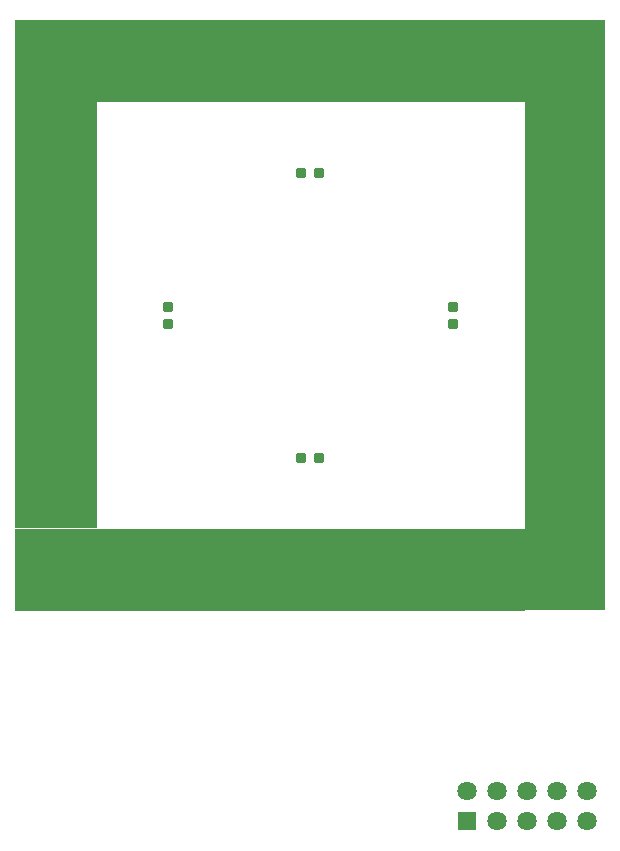
<source format=gbs>
G04*
G04 #@! TF.GenerationSoftware,Altium Limited,Altium Designer,22.9.1 (49)*
G04*
G04 Layer_Color=16711935*
%FSLAX24Y24*%
%MOIN*%
G70*
G04*
G04 #@! TF.SameCoordinates,552243BB-0F40-405C-A021-40A65FA5EEAB*
G04*
G04*
G04 #@! TF.FilePolarity,Negative*
G04*
G01*
G75*
%ADD35R,1.4250X0.2750*%
%ADD36R,0.2750X1.6950*%
%ADD37R,1.7000X0.2750*%
%ADD38R,0.2700X1.9700*%
G04:AMPARAMS|DCode=47|XSize=36.5mil|YSize=34.5mil|CornerRadius=9.9mil|HoleSize=0mil|Usage=FLASHONLY|Rotation=90.000|XOffset=0mil|YOffset=0mil|HoleType=Round|Shape=RoundedRectangle|*
%AMROUNDEDRECTD47*
21,1,0.0365,0.0148,0,0,90.0*
21,1,0.0167,0.0345,0,0,90.0*
1,1,0.0198,0.0074,0.0084*
1,1,0.0198,0.0074,-0.0084*
1,1,0.0198,-0.0074,-0.0084*
1,1,0.0198,-0.0074,0.0084*
%
%ADD47ROUNDEDRECTD47*%
G04:AMPARAMS|DCode=51|XSize=36.5mil|YSize=34.5mil|CornerRadius=9.9mil|HoleSize=0mil|Usage=FLASHONLY|Rotation=180.000|XOffset=0mil|YOffset=0mil|HoleType=Round|Shape=RoundedRectangle|*
%AMROUNDEDRECTD51*
21,1,0.0365,0.0148,0,0,180.0*
21,1,0.0167,0.0345,0,0,180.0*
1,1,0.0198,-0.0084,0.0074*
1,1,0.0198,0.0084,0.0074*
1,1,0.0198,0.0084,-0.0074*
1,1,0.0198,-0.0084,-0.0074*
%
%ADD51ROUNDEDRECTD51*%
%ADD60C,0.0641*%
%ADD61R,0.0641X0.0641*%
D35*
X25Y8475D02*
D03*
D36*
X-8475Y1375D02*
D03*
D37*
X-1350Y-8475D02*
D03*
D38*
X8500Y0D02*
D03*
D47*
X-4750Y295D02*
D03*
Y-295D02*
D03*
X4750D02*
D03*
Y295D02*
D03*
D51*
X-295Y-4750D02*
D03*
X295D02*
D03*
Y4750D02*
D03*
X-295D02*
D03*
D60*
X9224Y-15854D02*
D03*
Y-16854D02*
D03*
X8224Y-15854D02*
D03*
Y-16854D02*
D03*
X7224Y-15854D02*
D03*
Y-16854D02*
D03*
X6224Y-15854D02*
D03*
Y-16854D02*
D03*
X5224Y-15854D02*
D03*
D61*
Y-16854D02*
D03*
M02*

</source>
